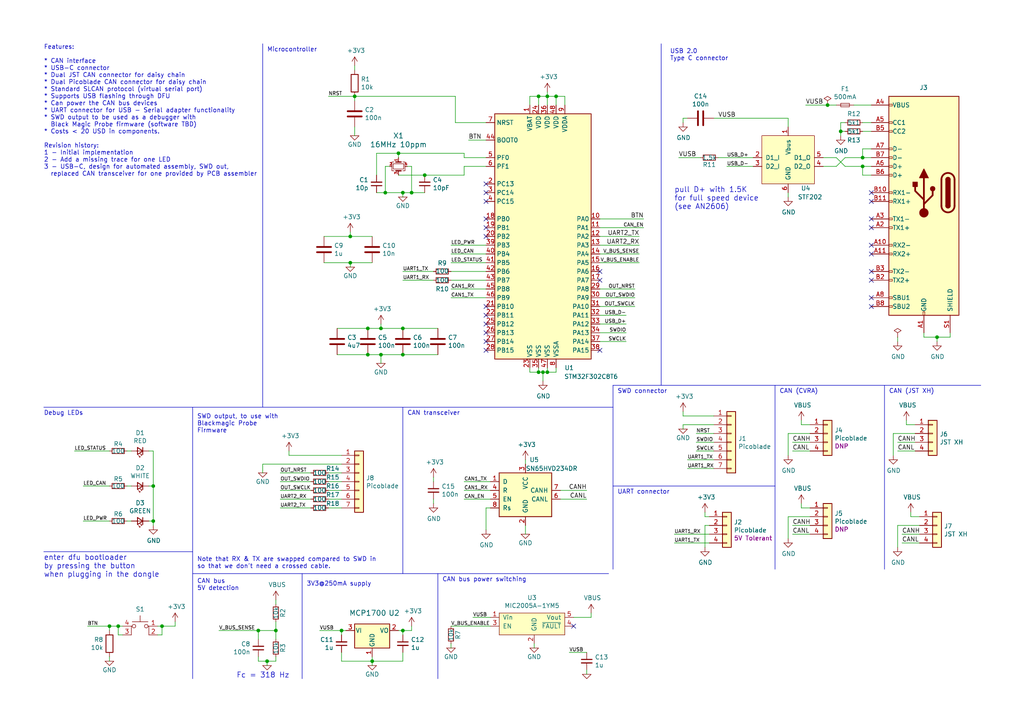
<source format=kicad_sch>
(kicad_sch (version 20230121) (generator eeschema)
  (paper "A4")
  (title_block (title "CAN to USB interface") (date "2021-02-02") (rev "3") (company "Club Vaudois de Robotique Autonome") (comment 1 "cvra.ch") (comment 2 "Creative Commons CC0") (comment 3 "Antoine Albertelli") (comment 4 "Michael Spieler"))
  (junction (at 158.75 27.94))
  (junction (at 44.45 140.97))
  (junction (at 99.06 182.88))
  (junction (at 101.6 76.2))
  (junction (at 110.49 102.87))
  (junction (at 44.45 151.13))
  (junction (at 102.87 27.94))
  (junction (at 116.84 95.25))
  (junction (at 106.68 102.87))
  (junction (at 74.93 182.88))
  (junction (at 240.03 30.48))
  (junction (at 116.84 182.88))
  (junction (at 119.38 55.88))
  (junction (at 46.99 181.61))
  (junction (at 250.19 48.26))
  (junction (at 157.48 107.95))
  (junction (at 111.76 55.88))
  (junction (at 110.49 95.25))
  (junction (at 250.19 45.72))
  (junction (at 158.75 107.95))
  (junction (at 31.75 181.61))
  (junction (at 77.47 191.77))
  (junction (at 107.95 191.77))
  (junction (at 243.84 38.1))
  (junction (at 123.19 50.8))
  (junction (at 106.68 95.25))
  (junction (at 271.78 97.79))
  (junction (at 101.6 68.58))
  (junction (at 115.57 44.45))
  (junction (at 161.29 27.94))
  (junction (at 116.84 55.88))
  (junction (at 116.84 102.87))
  (junction (at 34.29 181.61))
  (junction (at 80.01 182.88))
  (junction (at 156.21 107.95))
  (junction (at 156.21 27.94))
  (no_connect (at 252.73 88.9))
  (no_connect (at 252.73 73.66))
  (no_connect (at 140.97 66.04))
  (no_connect (at 140.97 68.58))
  (no_connect (at 140.97 99.06))
  (no_connect (at 140.97 101.6))
  (no_connect (at 252.73 58.42))
  (no_connect (at 252.73 55.88))
  (no_connect (at 140.97 53.34))
  (no_connect (at 140.97 55.88))
  (no_connect (at 252.73 63.5))
  (no_connect (at 173.99 81.28))
  (no_connect (at 252.73 81.28))
  (no_connect (at 252.73 86.36))
  (no_connect (at 173.99 78.74))
  (no_connect (at 166.37 181.61))
  (no_connect (at 252.73 78.74))
  (no_connect (at 173.99 101.6))
  (no_connect (at 252.73 66.04))
  (no_connect (at 140.97 88.9))
  (no_connect (at 140.97 93.98))
  (no_connect (at 140.97 63.5))
  (no_connect (at 140.97 91.44))
  (no_connect (at 140.97 58.42))
  (no_connect (at 140.97 96.52))
  (no_connect (at 252.73 71.12))
  (wire (pts (xy 195.58 157.48) (xy 205.74 157.48)))
  (wire (pts (xy 163.83 27.94) (xy 161.29 27.94)))
  (wire (pts (xy 140.97 83.82) (xy 130.81 83.82)))
  (polyline (pts (xy 87.63 196.85) (xy 87.63 166.37)))
  (wire (pts (xy 97.79 102.87) (xy 106.68 102.87)))
  (wire (pts (xy 156.21 30.48) (xy 156.21 27.94)))
  (wire (pts (xy 238.76 48.26) (xy 242.57 48.26)))
  (wire (pts (xy 107.95 191.77) (xy 116.84 191.77)))
  (wire (pts (xy 260.35 130.81) (xy 265.43 130.81)))
  (wire (pts (xy 264.16 149.86) (xy 266.7 149.86)))
  (wire (pts (xy 44.45 130.81) (xy 44.45 140.97)))
  (wire (pts (xy 242.57 48.26) (xy 245.11 45.72)))
  (wire (pts (xy 166.37 179.07) (xy 171.45 179.07)))
  (polyline (pts (xy 116.84 166.37) (xy 116.84 118.11)))
  (wire (pts (xy 102.87 19.05) (xy 102.87 20.32)))
  (wire (pts (xy 204.47 149.86) (xy 205.74 149.86)))
  (wire (pts (xy 107.95 193.04) (xy 107.95 191.77)))
  (wire (pts (xy 24.13 151.13) (xy 31.75 151.13)))
  (wire (pts (xy 31.75 140.97) (xy 24.13 140.97)))
  (wire (pts (xy 93.98 68.58) (xy 101.6 68.58)))
  (wire (pts (xy 46.99 181.61) (xy 45.72 181.61)))
  (wire (pts (xy 229.87 128.27) (xy 234.95 128.27)))
  (wire (pts (xy 38.1 130.81) (xy 36.83 130.81)))
  (wire (pts (xy 238.76 45.72) (xy 242.57 45.72)))
  (wire (pts (xy 95.25 137.16) (xy 99.06 137.16)))
  (wire (pts (xy 115.57 182.88) (xy 116.84 182.88)))
  (wire (pts (xy 243.84 39.37) (xy 243.84 38.1)))
  (wire (pts (xy 240.03 30.48) (xy 242.57 30.48)))
  (wire (pts (xy 118.11 48.26) (xy 119.38 48.26)))
  (wire (pts (xy 95.25 27.94) (xy 102.87 27.94)))
  (wire (pts (xy 81.28 137.16) (xy 90.17 137.16)))
  (wire (pts (xy 36.83 151.13) (xy 38.1 151.13)))
  (wire (pts (xy 153.67 27.94) (xy 156.21 27.94)))
  (wire (pts (xy 245.11 45.72) (xy 250.19 45.72)))
  (polyline (pts (xy 12.7 160.02) (xy 55.88 160.02)))
  (wire (pts (xy 43.18 151.13) (xy 44.45 151.13)))
  (polyline (pts (xy 12.7 118.11) (xy 177.8 118.11)))
  (wire (pts (xy 92.71 182.88) (xy 99.06 182.88)))
  (wire (pts (xy 229.87 130.81) (xy 234.95 130.81)))
  (wire (pts (xy 35.56 184.15) (xy 34.29 184.15)))
  (wire (pts (xy 130.81 81.28) (xy 140.97 81.28)))
  (wire (pts (xy 102.87 27.94) (xy 132.08 27.94)))
  (wire (pts (xy 245.11 38.1) (xy 243.84 38.1)))
  (polyline (pts (xy 76.2 118.11) (xy 76.2 12.7)))
  (wire (pts (xy 173.99 76.2) (xy 185.42 76.2)))
  (wire (pts (xy 271.78 99.06) (xy 271.78 97.79)))
  (wire (pts (xy 134.62 44.45) (xy 134.62 45.72)))
  (wire (pts (xy 184.15 88.9) (xy 173.99 88.9)))
  (wire (pts (xy 262.89 121.92) (xy 262.89 123.19)))
  (wire (pts (xy 140.97 35.56) (xy 132.08 35.56)))
  (wire (pts (xy 207.01 135.89) (xy 199.39 135.89)))
  (polyline (pts (xy 256.54 165.1) (xy 256.54 111.76)))
  (wire (pts (xy 208.28 45.72) (xy 218.44 45.72)))
  (wire (pts (xy 228.6 125.73) (xy 234.95 125.73)))
  (wire (pts (xy 137.16 179.07) (xy 142.24 179.07)))
  (wire (pts (xy 130.81 73.66) (xy 140.97 73.66)))
  (wire (pts (xy 201.93 125.73) (xy 207.01 125.73)))
  (wire (pts (xy 43.18 130.81) (xy 44.45 130.81)))
  (wire (pts (xy 63.5 182.88) (xy 74.93 182.88)))
  (wire (pts (xy 181.61 93.98) (xy 173.99 93.98)))
  (wire (pts (xy 101.6 68.58) (xy 107.95 68.58)))
  (wire (pts (xy 250.19 43.18) (xy 250.19 45.72)))
  (wire (pts (xy 232.41 147.32) (xy 234.95 147.32)))
  (wire (pts (xy 153.67 107.95) (xy 153.67 106.68)))
  (wire (pts (xy 80.01 182.88) (xy 80.01 185.42)))
  (wire (pts (xy 95.25 142.24) (xy 99.06 142.24)))
  (wire (pts (xy 250.19 35.56) (xy 252.73 35.56)))
  (wire (pts (xy 185.42 71.12) (xy 173.99 71.12)))
  (wire (pts (xy 259.08 132.08) (xy 259.08 125.73)))
  (wire (pts (xy 260.35 128.27) (xy 265.43 128.27)))
  (wire (pts (xy 109.22 44.45) (xy 109.22 50.8)))
  (wire (pts (xy 99.06 182.88) (xy 100.33 182.88)))
  (wire (pts (xy 31.75 181.61) (xy 34.29 181.61)))
  (wire (pts (xy 250.19 50.8) (xy 252.73 50.8)))
  (wire (pts (xy 116.84 55.88) (xy 116.84 57.15)))
  (wire (pts (xy 154.94 186.69) (xy 154.94 187.96)))
  (wire (pts (xy 157.48 107.95) (xy 156.21 107.95)))
  (wire (pts (xy 95.25 144.78) (xy 99.06 144.78)))
  (wire (pts (xy 198.12 34.29) (xy 199.39 34.29)))
  (wire (pts (xy 158.75 107.95) (xy 161.29 107.95)))
  (wire (pts (xy 260.35 97.79) (xy 260.35 99.06)))
  (wire (pts (xy 173.99 91.44) (xy 181.61 91.44)))
  (wire (pts (xy 74.93 182.88) (xy 74.93 185.42)))
  (wire (pts (xy 152.4 133.35) (xy 152.4 134.62)))
  (wire (pts (xy 140.97 45.72) (xy 134.62 45.72)))
  (wire (pts (xy 115.57 45.72) (xy 115.57 44.45)))
  (wire (pts (xy 260.35 158.75) (xy 260.35 152.4)))
  (wire (pts (xy 198.12 119.38) (xy 198.12 120.65)))
  (wire (pts (xy 156.21 107.95) (xy 153.67 107.95)))
  (wire (pts (xy 130.81 186.69) (xy 130.81 187.96)))
  (wire (pts (xy 123.19 50.8) (xy 134.62 50.8)))
  (wire (pts (xy 158.75 30.48) (xy 158.75 27.94)))
  (wire (pts (xy 250.19 48.26) (xy 250.19 50.8)))
  (wire (pts (xy 207.01 34.29) (xy 228.6 34.29)))
  (wire (pts (xy 267.97 96.52) (xy 267.97 97.79)))
  (polyline (pts (xy 224.79 165.1) (xy 224.79 111.76)))
  (wire (pts (xy 101.6 76.2) (xy 101.6 77.47)))
  (wire (pts (xy 119.38 55.88) (xy 116.84 55.88)))
  (wire (pts (xy 99.06 184.15) (xy 99.06 182.88)))
  (wire (pts (xy 111.76 48.26) (xy 111.76 55.88)))
  (wire (pts (xy 252.73 38.1) (xy 250.19 38.1)))
  (wire (pts (xy 102.87 36.83) (xy 102.87 39.37)))
  (wire (pts (xy 152.4 152.4) (xy 152.4 154.94)))
  (wire (pts (xy 43.18 140.97) (xy 44.45 140.97)))
  (wire (pts (xy 186.69 63.5) (xy 173.99 63.5)))
  (polyline (pts (xy 191.77 111.76) (xy 191.77 12.7)))
  (wire (pts (xy 110.49 102.87) (xy 110.49 105.41)))
  (wire (pts (xy 173.99 83.82) (xy 184.15 83.82)))
  (wire (pts (xy 111.76 55.88) (xy 116.84 55.88)))
  (wire (pts (xy 116.84 78.74) (xy 125.73 78.74)))
  (wire (pts (xy 157.48 110.49) (xy 157.48 107.95)))
  (wire (pts (xy 173.99 66.04) (xy 186.69 66.04)))
  (wire (pts (xy 46.99 184.15) (xy 46.99 181.61)))
  (wire (pts (xy 140.97 147.32) (xy 140.97 153.67)))
  (wire (pts (xy 243.84 35.56) (xy 245.11 35.56)))
  (wire (pts (xy 259.08 125.73) (xy 265.43 125.73)))
  (wire (pts (xy 198.12 35.56) (xy 198.12 34.29)))
  (wire (pts (xy 196.85 45.72) (xy 203.2 45.72)))
  (wire (pts (xy 81.28 142.24) (xy 90.17 142.24)))
  (polyline (pts (xy 177.8 111.76) (xy 177.8 165.1)))
  (wire (pts (xy 101.6 76.2) (xy 107.95 76.2)))
  (wire (pts (xy 173.99 73.66) (xy 185.42 73.66)))
  (wire (pts (xy 99.06 191.77) (xy 107.95 191.77)))
  (wire (pts (xy 110.49 95.25) (xy 116.84 95.25)))
  (wire (pts (xy 74.93 182.88) (xy 80.01 182.88)))
  (wire (pts (xy 157.48 107.95) (xy 158.75 107.95)))
  (wire (pts (xy 93.98 76.2) (xy 101.6 76.2)))
  (wire (pts (xy 142.24 142.24) (xy 134.62 142.24)))
  (wire (pts (xy 81.28 144.78) (xy 90.17 144.78)))
  (wire (pts (xy 106.68 102.87) (xy 110.49 102.87)))
  (wire (pts (xy 228.6 36.83) (xy 228.6 34.29)))
  (wire (pts (xy 252.73 43.18) (xy 250.19 43.18)))
  (wire (pts (xy 99.06 189.23) (xy 99.06 191.77)))
  (wire (pts (xy 113.03 48.26) (xy 111.76 48.26)))
  (wire (pts (xy 83.82 132.08) (xy 99.06 132.08)))
  (wire (pts (xy 116.84 182.88) (xy 119.38 182.88)))
  (wire (pts (xy 261.62 157.48) (xy 266.7 157.48)))
  (wire (pts (xy 275.59 97.79) (xy 275.59 96.52)))
  (wire (pts (xy 171.45 179.07) (xy 171.45 177.8)))
  (wire (pts (xy 80.01 191.77) (xy 80.01 190.5)))
  (wire (pts (xy 130.81 181.61) (xy 142.24 181.61)))
  (wire (pts (xy 161.29 27.94) (xy 158.75 27.94)))
  (wire (pts (xy 173.99 68.58) (xy 185.42 68.58)))
  (wire (pts (xy 76.2 134.62) (xy 76.2 137.16)))
  (wire (pts (xy 125.73 81.28) (xy 116.84 81.28)))
  (wire (pts (xy 252.73 48.26) (xy 250.19 48.26)))
  (wire (pts (xy 115.57 44.45) (xy 134.62 44.45)))
  (wire (pts (xy 125.73 146.05) (xy 125.73 144.78)))
  (wire (pts (xy 45.72 184.15) (xy 46.99 184.15)))
  (wire (pts (xy 232.41 121.92) (xy 232.41 123.19)))
  (wire (pts (xy 102.87 29.21) (xy 102.87 27.94)))
  (wire (pts (xy 207.01 130.81) (xy 201.93 130.81)))
  (wire (pts (xy 228.6 132.08) (xy 228.6 125.73)))
  (wire (pts (xy 134.62 144.78) (xy 142.24 144.78)))
  (wire (pts (xy 199.39 133.35) (xy 207.01 133.35)))
  (wire (pts (xy 115.57 44.45) (xy 109.22 44.45)))
  (wire (pts (xy 50.8 180.34) (xy 50.8 181.61)))
  (wire (pts (xy 245.11 48.26) (xy 242.57 45.72)))
  (wire (pts (xy 161.29 107.95) (xy 161.29 106.68)))
  (polyline (pts (xy 55.88 118.11) (xy 55.88 196.85)))
  (wire (pts (xy 233.68 30.48) (xy 240.03 30.48)))
  (wire (pts (xy 198.12 120.65) (xy 207.01 120.65)))
  (wire (pts (xy 162.56 142.24) (xy 170.18 142.24)))
  (wire (pts (xy 99.06 147.32) (xy 95.25 147.32)))
  (wire (pts (xy 204.47 148.59) (xy 204.47 149.86)))
  (wire (pts (xy 245.11 48.26) (xy 250.19 48.26)))
  (wire (pts (xy 170.18 144.78) (xy 162.56 144.78)))
  (wire (pts (xy 264.16 148.59) (xy 264.16 149.86)))
  (wire (pts (xy 261.62 154.94) (xy 266.7 154.94)))
  (wire (pts (xy 228.6 149.86) (xy 234.95 149.86)))
  (wire (pts (xy 130.81 78.74) (xy 140.97 78.74)))
  (wire (pts (xy 116.84 102.87) (xy 127 102.87)))
  (wire (pts (xy 99.06 139.7) (xy 95.25 139.7)))
  (wire (pts (xy 161.29 30.48) (xy 161.29 27.94)))
  (wire (pts (xy 21.59 130.81) (xy 31.75 130.81)))
  (wire (pts (xy 181.61 96.52) (xy 173.99 96.52)))
  (polyline (pts (xy 177.8 111.76) (xy 284.48 111.76)))
  (wire (pts (xy 110.49 93.98) (xy 110.49 95.25)))
  (wire (pts (xy 77.47 193.04) (xy 77.47 191.77)))
  (wire (pts (xy 80.01 180.34) (xy 80.01 182.88)))
  (wire (pts (xy 250.19 45.72) (xy 252.73 45.72)))
  (wire (pts (xy 130.81 71.12) (xy 140.97 71.12)))
  (wire (pts (xy 260.35 152.4) (xy 266.7 152.4)))
  (wire (pts (xy 165.1 189.23) (xy 170.18 189.23)))
  (wire (pts (xy 198.12 123.19) (xy 198.12 124.46)))
  (wire (pts (xy 77.47 191.77) (xy 80.01 191.77)))
  (wire (pts (xy 134.62 48.26) (xy 140.97 48.26)))
  (wire (pts (xy 36.83 140.97) (xy 38.1 140.97)))
  (wire (pts (xy 201.93 128.27) (xy 207.01 128.27)))
  (wire (pts (xy 170.18 194.31) (xy 170.18 195.58)))
  (wire (pts (xy 83.82 130.81) (xy 83.82 132.08)))
  (wire (pts (xy 107.95 190.5) (xy 107.95 191.77)))
  (wire (pts (xy 204.47 152.4) (xy 204.47 158.75)))
  (wire (pts (xy 184.15 86.36) (xy 173.99 86.36)))
  (wire (pts (xy 44.45 140.97) (xy 44.45 151.13)))
  (wire (pts (xy 132.08 27.94) (xy 132.08 35.56)))
  (wire (pts (xy 232.41 123.19) (xy 234.95 123.19)))
  (wire (pts (xy 181.61 99.06) (xy 173.99 99.06)))
  (wire (pts (xy 134.62 139.7) (xy 142.24 139.7)))
  (polyline (pts (xy 177.8 140.97) (xy 224.79 140.97)))
  (wire (pts (xy 109.22 55.88) (xy 111.76 55.88)))
  (wire (pts (xy 97.79 95.25) (xy 106.68 95.25)))
  (wire (pts (xy 31.75 190.5) (xy 31.75 191.77)))
  (wire (pts (xy 229.87 154.94) (xy 234.95 154.94)))
  (wire (pts (xy 130.81 86.36) (xy 140.97 86.36)))
  (wire (pts (xy 267.97 97.79) (xy 271.78 97.79)))
  (wire (pts (xy 232.41 146.05) (xy 232.41 147.32)))
  (wire (pts (xy 262.89 123.19) (xy 265.43 123.19)))
  (wire (pts (xy 140.97 40.64) (xy 135.89 40.64)))
  (wire (pts (xy 210.82 48.26) (xy 218.44 48.26)))
  (wire (pts (xy 153.67 30.48) (xy 153.67 27.94)))
  (wire (pts (xy 90.17 147.32) (xy 81.28 147.32)))
  (wire (pts (xy 125.73 138.43) (xy 125.73 139.7)))
  (wire (pts (xy 247.65 30.48) (xy 252.73 30.48)))
  (wire (pts (xy 158.75 27.94) (xy 158.75 26.67)))
  (wire (pts (xy 25.4 181.61) (xy 31.75 181.61)))
  (wire (pts (xy 163.83 27.94) (xy 163.83 30.48)))
  (wire (pts (xy 156.21 27.94) (xy 158.75 27.94)))
  (wire (pts (xy 229.87 152.4) (xy 234.95 152.4)))
  (wire (pts (xy 134.62 50.8) (xy 134.62 48.26)))
  (wire (pts (xy 74.93 191.77) (xy 77.47 191.77)))
  (wire (pts (xy 44.45 151.13) (xy 44.45 152.4)))
  (wire (pts (xy 101.6 67.31) (xy 101.6 68.58)))
  (wire (pts (xy 76.2 134.62) (xy 99.06 134.62)))
  (wire (pts (xy 34.29 181.61) (xy 35.56 181.61)))
  (wire (pts (xy 119.38 55.88) (xy 123.19 55.88)))
  (wire (pts (xy 228.6 57.15) (xy 228.6 55.88)))
  (wire (pts (xy 142.24 147.32) (xy 140.97 147.32)))
  (wire (pts (xy 207.01 123.19) (xy 198.12 123.19)))
  (wire (pts (xy 116.84 95.25) (xy 127 95.25)))
  (wire (pts (xy 228.6 156.21) (xy 228.6 149.86)))
  (wire (pts (xy 243.84 38.1) (xy 243.84 35.56)))
  (polyline (pts (xy 55.88 166.37) (xy 176.53 166.37)))
  (wire (pts (xy 156.21 106.68) (xy 156.21 107.95)))
  (wire (pts (xy 158.75 106.68) (xy 158.75 107.95)))
  (wire (pts (xy 271.78 97.79) (xy 275.59 97.79)))
  (wire (pts (xy 34.29 184.15) (xy 34.29 181.61)))
  (wire (pts (xy 106.68 95.25) (xy 110.49 95.25)))
  (wire (pts (xy 31.75 182.88) (xy 31.75 181.61)))
  (wire (pts (xy 81.28 139.7) (xy 90.17 139.7)))
  (wire (pts (xy 119.38 182.88) (xy 119.38 181.61)))
  (wire (pts (xy 119.38 48.26) (xy 119.38 55.88)))
  (wire (pts (xy 116.84 184.15) (xy 116.84 182.88)))
  (wire (pts (xy 46.99 181.61) (xy 50.8 181.61)))
  (wire (pts (xy 116.84 191.77) (xy 116.84 189.23)))
  (wire (pts (xy 195.58 154.94) (xy 205.74 154.94)))
  (wire (pts (xy 110.49 102.87) (xy 116.84 102.87)))
  (wire (pts (xy 140.97 76.2) (xy 130.81 76.2)))
  (wire (pts (xy 80.01 173.99) (xy 80.01 175.26)))
  (wire (pts (xy 74.93 190.5) (xy 74.93 191.77)))
  (wire (pts (xy 204.47 152.4) (xy 205.74 152.4)))
  (wire (pts (xy 115.57 50.8) (xy 123.19 50.8)))
  (polyline (pts (xy 127 196.85) (xy 127 166.37)))
  (text "Debug LEDs" (at 12.7 120.65 0) (effects (font (size 1.27 1.27)) (justify left bottom)))
  (text "CAN (CVRA)\n" (at 226.06 114.3 0) (effects (font (size 1.27 1.27)) (justify left bottom)))
  (text "enter dfu bootloader\nby pressing the button\nwhen plugging in the dongle" (at 12.7 167.64 0) (effects (font (size 1.524 1.524)) (justify left bottom)))
  (text "UART connector" (at 179.07 143.51 0) (effects (font (size 1.27 1.27)) (justify left bottom)))
  (text "CAN bus\n5V detection" (at 57.15 171.45 0) (effects (font (size 1.27 1.27)) (justify left bottom)))
  (text "Fc = 318 Hz" (at 68.58 196.85 0) (effects (font (size 1.524 1.524)) (justify left bottom)))
  (text "Note that RX & TX are swapped compared to SWD in\nso that we don't need a crossed cable." (at 57.15 165.1 0) (effects (font (size 1.27 1.27)) (justify left bottom)))
  (text "USB 2.0\nType C connector" (at 194.31 17.78 0) (effects (font (size 1.27 1.27)) (justify left bottom)))
  (text "Features:\n\n* CAN interface\n* USB-C connector\n* Dual JST CAN connector for daisy chain\n* Dual Picoblade CAN connector for daisy chain\n* Standard SLCAN protocol (virtual serial port)\n* Supports USB flashing through DFU\n* Can power the CAN bus devices\n* UART connector for USB - Serial adapter functionality\n* SWD output to be used as a debugger with\n  Black Magic Probe firmware (software TBD)\n* Costs < 20 USD in components.\n\nRevision history:\n1 - Initial implementation\n2 - Add a missing trace for one LED\n3 - USB-C, design for automated assembly, SWD out,\n  replaced CAN transceiver for one provided by PCB assembler\n\n" (at 12.7 53.34 0) (effects (font (size 1.27 1.27)) (justify left bottom)))
  (text "SWD connector" (at 179.07 114.3 0) (effects (font (size 1.27 1.27)) (justify left bottom)))
  (text "SWD output, to use with\nBlackmagic Probe\nFirmware" (at 57.15 125.73 0) (effects (font (size 1.27 1.27)) (justify left bottom)))
  (text "CAN bus power switching" (at 128.27 168.91 0) (effects (font (size 1.27 1.27)) (justify left bottom)))
  (text "3V3@250mA supply " (at 88.9 170.18 0) (effects (font (size 1.27 1.27)) (justify left bottom)))
  (text "Microcontroller" (at 77.47 15.24 0) (effects (font (size 1.27 1.27)) (justify left bottom)))
  (text "CAN transceiver\n" (at 118.11 120.65 0) (effects (font (size 1.27 1.27)) (justify left bottom)))
  (text "CAN (JST XH)" (at 257.81 114.3 0) (effects (font (size 1.27 1.27)) (justify left bottom)))
  (text "pull D+ with 1.5K\nfor full speed device\n(see AN2606)" (at 195.58 60.96 0) (effects (font (size 1.524 1.524)) (justify left bottom)))
  (label "CANL" (at 170.18 144.78 180))
  (label "UART2_TX" (at 81.28 147.32 0) (effects (font (size 1.016 1.016))))
  (label "UART2_RX" (at 185.42 71.12 180))
  (label "V_BUS_ENABLE" (at 185.42 76.2 180) (effects (font (size 1.016 1.016))))
  (label "VUSB" (at 233.68 30.48 0))
  (label "BTN" (at 186.69 63.5 180))
  (label "SWDIO" (at 181.61 96.52 180) (effects (font (size 1.016 1.016))))
  (label "UART1_TX" (at 116.84 78.74 0) (effects (font (size 1.016 1.016))))
  (label "BTN" (at 135.89 40.64 0))
  (label "CAN1_RX" (at 130.81 83.82 0) (effects (font (size 1.016 1.016))))
  (label "CAN1_TX" (at 134.62 139.7 0) (effects (font (size 1.016 1.016))))
  (label "CANH" (at 229.87 128.27 0))
  (label "BTN" (at 25.4 181.61 0) (effects (font (size 1.016 1.016))))
  (label "UART1_TX" (at 195.58 157.48 0) (effects (font (size 1.016 1.016))))
  (label "VUSB" (at 196.85 45.72 0))
  (label "LED_STATUS" (at 21.59 130.81 0) (effects (font (size 1.016 1.016))))
  (label "OUT_SWCLK" (at 81.28 142.24 0) (effects (font (size 1.016 1.016))))
  (label "OUT_SWDIO" (at 184.15 86.36 180) (effects (font (size 1.016 1.016))))
  (label "LED_CAN" (at 130.81 73.66 0) (effects (font (size 1.016 1.016))))
  (label "SWCLK" (at 201.93 130.81 0) (effects (font (size 1.016 1.016))))
  (label "NRST" (at 201.93 125.73 0) (effects (font (size 1.016 1.016))))
  (label "VUSB" (at 92.71 182.88 0) (effects (font (size 1.016 1.016))))
  (label "OUT_NRST" (at 81.28 137.16 0) (effects (font (size 1.016 1.016))))
  (label "V_BUS_SENSE" (at 63.5 182.88 0) (effects (font (size 1.016 1.016))))
  (label "SWDIO" (at 201.93 128.27 0) (effects (font (size 1.016 1.016))))
  (label "VUSB" (at 165.1 189.23 0) (effects (font (size 1.016 1.016))))
  (label "LED_STATUS" (at 130.81 76.2 0) (effects (font (size 1.016 1.016))))
  (label "USB_D+" (at 210.82 45.72 0) (effects (font (size 1.016 1.016))))
  (label "CANH" (at 170.18 142.24 180))
  (label "CANL" (at 261.62 157.48 0))
  (label "CANL" (at 229.87 154.94 0))
  (label "OUT_NRST" (at 184.15 83.82 180) (effects (font (size 1.016 1.016))))
  (label "CAN1_TX" (at 130.81 86.36 0) (effects (font (size 1.016 1.016))))
  (label "UART1_RX" (at 199.39 135.89 0) (effects (font (size 1.016 1.016))))
  (label "VUSB" (at 208.28 34.29 0))
  (label "LED_PWR" (at 130.81 71.12 0) (effects (font (size 1.016 1.016))))
  (label "UART1_RX" (at 195.58 154.94 0) (effects (font (size 1.016 1.016))))
  (label "OUT_SWCLK" (at 184.15 88.9 180) (effects (font (size 1.016 1.016))))
  (label "USB_D+" (at 181.61 93.98 180) (effects (font (size 1.016 1.016))))
  (label "V_BUS_SENSE" (at 185.42 73.66 180) (effects (font (size 1.016 1.016))))
  (label "CANH" (at 229.87 152.4 0))
  (label "UART2_TX" (at 185.42 68.58 180))
  (label "CAN_EN" (at 186.69 66.04 180) (effects (font (size 1.016 1.016))))
  (label "OUT_SWDIO" (at 81.28 139.7 0) (effects (font (size 1.016 1.016))))
  (label "UART1_TX" (at 199.39 133.35 0) (effects (font (size 1.016 1.016))))
  (label "SWCLK" (at 181.61 99.06 180) (effects (font (size 1.016 1.016))))
  (label "UART1_RX" (at 116.84 81.28 0) (effects (font (size 1.016 1.016))))
  (label "V_BUS_ENABLE" (at 130.81 181.61 0) (effects (font (size 1.016 1.016))))
  (label "VUSB" (at 137.16 179.07 0) (effects (font (size 1.016 1.016))))
  (label "USB_D-" (at 210.82 48.26 0) (effects (font (size 1.016 1.016))))
  (label "NRST" (at 95.25 27.94 0) (effects (font (size 1.016 1.016))))
  (label "CANH" (at 260.35 128.27 0))
  (label "CANL" (at 229.87 130.81 0))
  (label "USB_D-" (at 181.61 91.44 180) (effects (font (size 1.016 1.016))))
  (label "CAN_EN" (at 134.62 144.78 0) (effects (font (size 1.016 1.016))))
  (label "LED_CAN" (at 24.13 140.97 0) (effects (font (size 1.016 1.016))))
  (label "CANL" (at 260.35 130.81 0))
  (label "CAN1_RX" (at 134.62 142.24 0) (effects (font (size 1.016 1.016))))
  (label "CANH" (at 261.62 154.94 0))
  (label "UART2_RX" (at 81.28 144.78 0) (effects (font (size 1.016 1.016))))
  (label "LED_PWR" (at 24.13 151.13 0) (effects (font (size 1.016 1.016))))
  (symbol (lib_id "can-usb-dongle-rescue:GND-RESCUE-can-usb-dongle") (at 110.49 105.41 0) (unit 1)
    (property "Reference" "#PWR05" (effects hide))
    (property "Value" "GND" (at 110.49 107.95 0))
  )
  (symbol (lib_id "can-usb-dongle-rescue:GND-RESCUE-can-usb-dongle") (at 101.6 77.47 0) (unit 1)
    (property "Reference" "#PWR011" (effects hide))
    (property "Value" "GND" (at 101.6 80.01 0))
  )
  (symbol (lib_id "Connector_Generic:Conn_01x04") (at 240.03 125.73 0) (unit 1)
    (property "Reference" "J4" (at 242.062 124.7902 0) (effects (justify left)))
    (property "Value" "Picoblade" (at 242.062 127.1016 0) (effects (justify left)))
    (property "Footprint" "Connector_Molex:Molex_PicoBlade_53261-0471_1x04-1MP_P1.25mm_Horizontal" (effects hide))
    (property "Datasheet" "DOCUMENTATION" (effects hide))
    (property "dnp" "1" (effects hide))
    (property "comment" "DNP" (at 242.062 129.413 0) (effects (justify left)))
  )
  (symbol (lib_id "can-usb-dongle-rescue:GND-RESCUE-can-usb-dongle") (at 198.12 124.46 0) (unit 1)
    (property "Reference" "#PWR022" (effects hide))
    (property "Value" "GND" (at 198.12 127 0))
  )
  (symbol (lib_id "Device:Crystal_GND24_Small") (at 115.57 48.26 270) (unit 1)
    (property "Reference" "X1" (at 115.57 39.37 90) (effects (font (size 1.524 1.524))))
    (property "Value" "16MHz 10ppm" (at 115.57 41.91 90) (effects (font (size 1.524 1.524))))
    (property "Footprint" "Crystal:Crystal_SMD_TXC_7M-4Pin_3.2x2.5mm" (effects hide))
    (property "LCSC" "C13738" (effects hide))
  )
  (symbol (lib_id "Device:C_Small") (at 123.19 53.34 180) (unit 1)
    (property "Reference" "C4" (at 125.5268 52.1716 0) (effects (justify right)))
    (property "Value" "10pF" (at 125.5268 54.483 0) (effects (justify right)))
    (property "Footprint" "Capacitor_SMD:C_0402_1005Metric" (effects hide))
    (property "lcsc" "C1546" (effects hide))
  )
  (symbol (lib_id "Device:C_Small") (at 109.22 53.34 180) (unit 1)
    (property "Reference" "C1" (at 106.8832 52.1716 0) (effects (justify left)))
    (property "Value" "10p" (at 106.8832 54.483 0) (effects (justify left)))
    (property "Footprint" "Capacitor_SMD:C_0402_1005Metric" (effects hide))
    (property "lcsc" "C1546" (effects hide))
  )
  (symbol (lib_id "can-usb-dongle-rescue:GND-RESCUE-can-usb-dongle") (at 116.84 57.15 0) (unit 1)
    (property "Reference" "#PWR03" (effects hide))
    (property "Value" "GND" (at 116.84 59.69 0))
  )
  (symbol (lib_id "Device:LED_Small") (at 40.64 140.97 180) (unit 1)
    (property "Reference" "D2" (at 40.64 135.7122 0))
    (property "Value" "WHITE" (at 40.64 138.0236 0))
    (property "Footprint" "Capacitor_SMD:C_0603_1608Metric" (effects hide))
    (property "lcsc " "C83955" (effects hide))
  )
  (symbol (lib_id "Device:R_Small") (at 34.29 140.97 90) (unit 1)
    (property "Reference" "R5" (at 34.29 138.938 90))
    (property "Value" "100" (at 34.29 140.97 90))
    (property "Footprint" "Resistor_SMD:R_0402_1005Metric" (effects hide))
    (property "lcsc" "C25076" (effects hide))
  )
  (symbol (lib_id "can-usb-dongle-rescue:GND-RESCUE-can-usb-dongle") (at 102.87 39.37 0) (unit 1)
    (property "Reference" "#PWR02" (effects hide))
    (property "Value" "GND" (at 102.87 41.91 0))
  )
  (symbol (lib_id "Device:LED_Small") (at 40.64 130.81 180) (unit 1)
    (property "Reference" "D1" (at 40.64 125.5522 0))
    (property "Value" "RED" (at 40.64 127.8636 0))
    (property "Footprint" "Capacitor_SMD:C_0603_1608Metric" (effects hide))
    (property "lcsc" "C72044" (effects hide))
  )
  (symbol (lib_id "Device:R_Small") (at 34.29 130.81 90) (unit 1)
    (property "Reference" "R4" (at 34.29 128.778 90))
    (property "Value" "100" (at 34.29 130.81 90))
    (property "Footprint" "Resistor_SMD:R_0402_1005Metric" (effects hide))
    (property "lcsc" "C25076" (effects hide))
  )
  (symbol (lib_id "can-usb-dongle-rescue:GND-RESCUE-can-usb-dongle") (at 31.75 191.77 0) (unit 1)
    (property "Reference" "#PWR015" (effects hide))
    (property "Value" "GND" (at 31.75 194.31 0))
  )
  (symbol (lib_id "can-usb-dongle-rescue:GND-RESCUE-can-usb-dongle") (at 152.4 154.94 0) (unit 1)
    (property "Reference" "#PWR028" (effects hide))
    (property "Value" "GND" (at 152.4 157.48 0))
  )
  (symbol (lib_id "can-usb-dongle-rescue:MCP1700-3302E_SOT23-Regulator_Linear") (at 107.95 182.88 0) (unit 1)
    (property "Reference" "U2" (at 114.3 177.8 0) (effects (font (size 1.524 1.524))))
    (property "Value" "MCP1700" (at 106.68 177.8 0) (effects (font (size 1.524 1.524))))
    (property "Footprint" "Package_TO_SOT_SMD:SOT-23" (effects hide))
    (property "LCSC" "C39051" (effects hide))
  )
  (symbol (lib_id "Device:C_Small") (at 99.06 186.69 180) (unit 1)
    (property "Reference" "C11" (at 96.7486 185.5216 0) (effects (justify left)))
    (property "Value" "1u" (at 96.7486 187.833 0) (effects (justify left)))
    (property "Footprint" "Capacitor_SMD:C_0402_1005Metric" (effects hide))
    (property "lcsc" "C52923" (effects hide))
  )
  (symbol (lib_id "Device:C_Small") (at 116.84 186.69 0) (unit 1)
    (property "Reference" "C12" (at 119.1768 185.5216 0) (effects (justify left)))
    (property "Value" "1u" (at 119.1768 187.833 0) (effects (justify left)))
    (property "Footprint" "Capacitor_SMD:C_0402_1005Metric" (effects hide))
    (property "lcsc" "C52923" (effects hide))
  )
  (symbol (lib_id "can-usb-dongle-rescue:GND-RESCUE-can-usb-dongle") (at 107.95 193.04 0) (unit 1)
    (property "Reference" "#PWR012" (effects hide))
    (property "Value" "GND" (at 107.95 195.58 0))
  )
  (symbol (lib_id "Device:Fuse_Small") (at 245.11 30.48 0) (unit 1)
    (property "Reference" "F1" (at 245.11 25.781 0))
    (property "Value" "500mA" (at 245.11 28.0924 0))
    (property "Footprint" "Resistors_SMD:R_0805" (effects hide))
    (property "lcsc" "C261942" (effects hide))
  )
  (symbol (lib_id "can-usb-dongle-rescue:GND-RESCUE-can-usb-dongle") (at 154.94 187.96 0) (unit 1)
    (property "Reference" "#PWR017" (effects hide))
    (property "Value" "GND" (at 154.94 190.5 0))
  )
  (symbol (lib_id "Device:R_Small") (at 130.81 184.15 0) (unit 1)
    (property "Reference" "R7" (at 132.842 184.15 90))
    (property "Value" "10k" (at 130.81 184.15 90))
    (property "Footprint" "Resistor_SMD:R_0402_1005Metric" (effects hide))
    (property "lcsc" "C25744" (effects hide))
  )
  (symbol (lib_id "can-usb-dongle-rescue:GND-RESCUE-can-usb-dongle") (at 130.81 187.96 0) (unit 1)
    (property "Reference" "#PWR014" (effects hide))
    (property "Value" "GND" (at 130.81 190.5 0))
  )
  (symbol (lib_id "Device:LED_Small") (at 40.64 151.13 180) (unit 1)
    (property "Reference" "D3" (at 40.64 145.8722 0))
    (property "Value" "GREEN" (at 40.64 148.1836 0))
    (property "Footprint" "Capacitor_SMD:C_0603_1608Metric" (effects hide))
    (property "lcsc" "C72042" (effects hide))
  )
  (symbol (lib_id "Device:R_Small") (at 34.29 151.13 90) (unit 1)
    (property "Reference" "R6" (at 34.29 149.098 90))
    (property "Value" "100" (at 34.29 151.13 90))
    (property "Footprint" "Resistor_SMD:R_0402_1005Metric" (effects hide))
    (property "lcsc" "C25076" (effects hide))
  )
  (symbol (lib_id "Device:R_Small") (at 80.01 177.8 0) (unit 1)
    (property "Reference" "R2" (at 82.042 177.8 90))
    (property "Value" "10k" (at 80.01 177.8 90))
    (property "Footprint" "Resistor_SMD:R_0402_1005Metric" (effects hide))
    (property "lcsc" "C25744" (effects hide))
  )
  (symbol (lib_id "Device:R_Small") (at 80.01 187.96 0) (unit 1)
    (property "Reference" "R3" (at 82.042 187.96 90))
    (property "Value" "10k" (at 80.01 187.96 90))
    (property "Footprint" "Resistor_SMD:R_0402_1005Metric" (effects hide))
    (property "lcsc" "C25744" (effects hide))
  )
  (symbol (lib_id "can-usb-dongle-rescue:GND-RESCUE-can-usb-dongle") (at 77.47 193.04 0) (unit 1)
    (property "Reference" "#PWR06" (effects hide))
    (property "Value" "GND" (effects hide))
  )
  (symbol (lib_id "Device:R_Small") (at 205.74 45.72 270) (unit 1)
    (property "Reference" "R11" (at 205.74 47.752 90))
    (property "Value" "1.5k" (at 205.74 45.72 90))
    (property "Footprint" "Resistor_SMD:R_0402_1005Metric" (effects hide))
    (property "lcsc" "C25867" (effects hide))
  )
  (symbol (lib_id "Device:C_Small") (at 170.18 191.77 0) (unit 1)
    (property "Reference" "C13" (at 172.5168 190.6016 0) (effects (justify left)))
    (property "Value" "1u" (at 172.5168 192.913 0) (effects (justify left)))
    (property "Footprint" "Capacitor_SMD:C_0402_1005Metric" (effects hide))
    (property "lcsc" "C52923" (effects hide))
  )
  (symbol (lib_id "can-usb-dongle-rescue:GND-RESCUE-can-usb-dongle") (at 170.18 195.58 0) (unit 1)
    (property "Reference" "#PWR018" (effects hide))
    (property "Value" "GND" (effects hide))
  )
  (symbol (lib_id "Device:C_Small") (at 74.93 187.96 180) (unit 1)
    (property "Reference" "C8" (at 72.6186 186.7916 0) (effects (justify left)))
    (property "Value" "100n" (at 72.6186 189.103 0) (effects (justify left)))
    (property "Footprint" "Capacitor_SMD:C_0402_1005Metric" (effects hide))
    (property "lcsc" "C1525" (effects hide))
  )
  (symbol (lib_id "power:GND") (at 157.48 110.49 0) (unit 1)
    (property "Reference" "#PWR07" (effects hide))
    (property "Value" "GND" (at 157.607 114.8842 0))
  )
  (symbol (lib_id "Device:R") (at 31.75 186.69 0) (unit 1)
    (property "Reference" "R8" (at 29.972 185.5216 0) (effects (justify right)))
    (property "Value" "10k" (at 29.972 187.833 0) (effects (justify right)))
    (property "Footprint" "Resistor_SMD:R_0402_1005Metric" (effects hide))
    (property "lcsc" "C25744" (effects hide))
  )
  (symbol (lib_id "Device:C") (at 97.79 99.06 0) (unit 1)
    (property "Reference" "C3" (at 100.711 97.8916 0) (effects (justify left)))
    (property "Value" "4u7" (at 100.711 100.203 0) (effects (justify left)))
    (property "Footprint" "Capacitor_SMD:C_0402_1005Metric" (effects hide))
    (property "lcsc" "C23733" (effects hide))
  )
  (symbol (lib_id "Device:C") (at 106.68 99.06 0) (unit 1)
    (property "Reference" "C5" (at 109.601 97.8916 0) (effects (justify left)))
    (property "Value" "100n" (at 109.601 100.203 0) (effects (justify left)))
    (property "Footprint" "Capacitor_SMD:C_0402_1005Metric" (effects hide))
    (property "lcsc" "C1525" (effects hide))
  )
  (symbol (lib_id "Device:C") (at 116.84 99.06 0) (unit 1)
    (property "Reference" "C6" (at 119.761 97.8916 0) (effects (justify left)))
    (property "Value" "100n" (at 119.761 100.203 0) (effects (justify left)))
    (property "Footprint" "Capacitor_SMD:C_0402_1005Metric" (effects hide))
    (property "lcsc" "C1525" (effects hide))
  )
  (symbol (lib_id "Device:C") (at 127 99.06 0) (unit 1)
    (property "Reference" "C7" (at 129.921 97.8916 0) (effects (justify left)))
    (property "Value" "100n" (at 129.921 100.203 0) (effects (justify left)))
    (property "Footprint" "Capacitor_SMD:C_0402_1005Metric" (effects hide))
    (property "lcsc" "C1525" (effects hide))
  )
  (symbol (lib_id "Switch:SW_MEC_5E") (at 40.64 184.15 0) (mirror y) (unit 1)
    (property "Reference" "S1" (at 40.64 176.7078 0))
    (property "Value" "SW_MEC_5E" (effects hide))
    (property "Footprint" "CAN-USB-dongle:TS-1187A-B-A-B" (effects hide))
    (property "lcsc" "C318884" (effects hide))
  )
  (symbol (lib_id "Device:C") (at 93.98 72.39 0) (unit 1)
    (property "Reference" "C9" (at 96.901 71.2216 0) (effects (justify left)))
    (property "Value" "1u" (at 96.901 73.533 0) (effects (justify left)))
    (property "Footprint" "Capacitor_SMD:C_0402_1005Metric" (effects hide))
    (property "lcsc" "C52923" (effects hide))
  )
  (symbol (lib_id "Device:C") (at 107.95 72.39 0) (unit 1)
    (property "Reference" "C10" (at 110.871 71.2216 0) (effects (justify left)))
    (property "Value" "10n" (at 110.871 73.533 0) (effects (justify left)))
    (property "Footprint" "Capacitor_SMD:C_0402_1005Metric" (effects hide))
    (property "lcsc" "C15195" (effects hide))
  )
  (symbol (lib_id "Device:R") (at 102.87 24.13 0) (unit 1)
    (property "Reference" "R1" (at 104.648 22.9616 0) (effects (justify left)))
    (property "Value" "10k" (at 104.648 25.273 0) (effects (justify left)))
    (property "Footprint" "Resistor_SMD:R_0402_1005Metric" (effects hide))
    (property "lcsc" "C25744" (effects hide))
  )
  (symbol (lib_id "Device:C") (at 102.87 33.02 0) (unit 1)
    (property "Reference" "C2" (at 105.791 31.8516 0) (effects (justify left)))
    (property "Value" "100n" (at 105.791 34.163 0) (effects (justify left)))
    (property "Footprint" "Capacitor_SMD:C_0402_1005Metric" (effects hide))
    (property "lcsc" "C1525" (effects hide))
  )
  (symbol (lib_id "can-usb-dongle-rescue:+3.3V-power") (at 102.87 19.05 0) (unit 1)
    (property "Reference" "#PWR01" (effects hide))
    (property "Value" "+3.3V" (at 103.251 14.6558 0))
  )
  (symbol (lib_id "can-usb-dongle:STF202") (at 228.6 46.99 0) (unit 1)
    (property "Reference" "U4" (at 233.68 54.61 0))
    (property "Value" "STF202" (at 234.95 57.15 0))
    (property "Footprint" "Package_SO:TSOP-6_1.65x3.05mm_P0.95mm" (effects hide))
    (property "Datasheet" "https://datasheet.lcsc.com/szlcsc/1809041135_ON-Semiconductor-STF202-22T1G_C233431.pdf" (effects hide))
    (property "lcsc" "C233431" (effects hide))
  )
  (symbol (lib_id "power:GND") (at 228.6 132.08 0) (unit 1)
    (property "Reference" "#PWR032" (effects hide))
    (property "Value" "GND" (at 228.727 136.4742 0))
  )
  (symbol (lib_id "power:GND") (at 228.6 57.15 0) (unit 1)
    (property "Reference" "#PWR025" (effects hide))
    (property "Value" "GND" (at 228.727 61.5442 0))
  )
  (symbol (lib_id "Device:C") (at 203.2 34.29 270) (unit 1)
    (property "Reference" "C14" (at 203.2 27.8892 90))
    (property "Value" "100n" (at 203.2 30.2006 90))
    (property "Footprint" "Capacitor_SMD:C_0402_1005Metric" (effects hide))
    (property "lcsc" "C1525" (effects hide))
  )
  (symbol (lib_id "power:GND") (at 198.12 35.56 0) (unit 1)
    (property "Reference" "#PWR024" (effects hide))
    (property "Value" "GND" (at 198.247 39.9542 0))
  )
  (symbol (lib_id "power:VBUS") (at 232.41 146.05 0) (unit 1)
    (property "Reference" "#PWR037" (effects hide))
    (property "Value" "VBUS" (at 232.791 141.6558 0))
  )
  (symbol (lib_id "power:GND") (at 228.6 156.21 0) (unit 1)
    (property "Reference" "#PWR033" (effects hide))
    (property "Value" "GND" (at 228.727 160.6042 0))
  )
  (symbol (lib_id "can-usb-dongle-rescue:STM32F302C8Tx-MCU_ST_STM32F3") (at 158.75 68.58 0) (unit 1)
    (property "Reference" "U1" (at 165.1 106.68 0))
    (property "Value" "STM32F302C8T6" (at 171.45 109.22 0))
    (property "Footprint" "Package_QFP:LQFP-48_7x7mm_P0.5mm" (effects hide))
    (property "Datasheet" "http://www.st.com/st-web-ui/static/active/en/resource/technical/document/datasheet/DM00093333.pdf" (effects hide))
    (property "lcsc" "C90795" (effects hide))
  )
  (symbol (lib_id "Connector_Generic:Conn_01x04") (at 270.51 125.73 0) (unit 1)
    (property "Reference" "J6" (at 272.542 125.9332 0) (effects (justify left)))
    (property "Value" "JST XH" (at 272.542 128.2446 0) (effects (justify left)))
    (property "Footprint" "Connector_JST:JST_XH_S4B-XH-A-1_1x04_P2.50mm_Horizontal" (effects hide))
    (property "Datasheet" "DOCUMENTATION" (effects hide))
  )
  (symbol (lib_id "power:VBUS") (at 262.89 121.92 0) (unit 1)
    (property "Reference" "#PWR040" (effects hide))
    (property "Value" "VBUS" (at 263.271 117.5258 0))
  )
  (symbol (lib_id "power:GND") (at 259.08 132.08 0) (unit 1)
    (property "Reference" "#PWR038" (effects hide))
    (property "Value" "GND" (at 259.207 136.4742 0))
  )
  (symbol (lib_id "Connector_Generic:Conn_01x04") (at 271.78 152.4 0) (unit 1)
    (property "Reference" "J7" (at 273.812 152.6032 0) (effects (justify left)))
    (property "Value" "JST XH" (at 273.812 154.9146 0) (effects (justify left)))
    (property "Footprint" "Connector_JST:JST_XH_S4B-XH-A-1_1x04_P2.50mm_Horizontal" (effects hide))
    (property "Datasheet" "DOCUMENTATION" (effects hide))
  )
  (symbol (lib_id "power:VBUS") (at 264.16 148.59 0) (unit 1)
    (property "Reference" "#PWR041" (effects hide))
    (property "Value" "VBUS" (at 264.541 144.1958 0))
  )
  (symbol (lib_id "power:GND") (at 260.35 158.75 0) (unit 1)
    (property "Reference" "#PWR039" (effects hide))
    (property "Value" "GND" (at 260.477 163.1442 0))
  )
  (symbol (lib_id "power:PWR_FLAG") (at 260.35 97.79 0) (unit 1)
    (property "Reference" "#FLG0102" (effects hide))
    (property "Value" "PWR_FLAG" (effects hide))
  )
  (symbol (lib_id "Device:R_Small") (at 92.71 137.16 90) (unit 1)
    (property "Reference" "R14" (at 96.52 135.89 90))
    (property "Value" "100" (at 92.71 137.16 90))
    (property "Footprint" "Resistor_SMD:R_0402_1005Metric" (effects hide))
    (property "lcsc" "C25076" (effects hide))
  )
  (symbol (lib_id "Device:R_Small") (at 92.71 139.7 90) (unit 1)
    (property "Reference" "R15" (at 96.52 138.43 90))
    (property "Value" "100" (at 92.71 139.7 90))
    (property "Footprint" "Resistor_SMD:R_0402_1005Metric" (effects hide))
    (property "lcsc" "C25076" (effects hide))
  )
  (symbol (lib_id "Device:R_Small") (at 92.71 142.24 90) (unit 1)
    (property "Reference" "R16" (at 96.52 140.97 90))
    (property "Value" "100" (at 92.71 142.24 90))
    (property "Footprint" "Resistor_SMD:R_0402_1005Metric" (effects hide))
    (property "lcsc" "C25076" (effects hide))
  )
  (symbol (lib_id "can-usb-dongle:MIC2005A-1YM5") (at 154.94 180.34 0) (unit 1)
    (property "Reference" "U3" (at 154.305 173.355 0))
    (property "Value" "MIC2005A-1YM5" (at 154.305 175.6664 0))
    (property "Footprint" "Package_TO_SOT_SMD:SOT-23-5" (effects hide))
    (property "lcsc" "C81399" (effects hide))
    (property "digikey#" "576-3462-1-ND" (effects hide))
  )
  (symbol (lib_id "can-usb-dongle-rescue:+3.3V-power") (at 50.8 180.34 0) (unit 1)
    (property "Reference" "#PWR020" (effects hide))
    (property "Value" "+3.3V" (at 51.181 175.9458 0))
  )
  (symbol (lib_id "Device:R_Small") (at 92.71 144.78 90) (unit 1)
    (property "Reference" "R17" (at 96.52 143.51 90))
    (property "Value" "100" (at 92.71 144.78 90))
    (property "Footprint" "Resistor_SMD:R_0402_1005Metric" (effects hide))
    (property "lcsc" "C25076" (effects hide))
  )
  (symbol (lib_id "Device:R_Small") (at 92.71 147.32 90) (unit 1)
    (property "Reference" "R18" (at 96.52 146.05 90))
    (property "Value" "100" (at 92.71 147.32 90))
    (property "Footprint" "Resistor_SMD:R_0402_1005Metric" (effects hide))
    (property "lcsc" "C25076" (effects hide))
  )
  (symbol (lib_id "power:PWR_FLAG") (at 240.03 30.48 0) (unit 1)
    (property "Reference" "#FLG0101" (effects hide))
    (property "Value" "PWR_FLAG" (effects hide))
  )
  (symbol (lib_id "power:GND") (at 204.47 158.75 0) (unit 1)
    (property "Reference" "#PWR023" (effects hide))
    (property "Value" "GND" (at 204.597 163.1442 0))
  )
  (symbol (lib_id "Device:R_Small") (at 128.27 81.28 270) (unit 1)
    (property "Reference" "R9" (at 128.27 76.3016 90))
    (property "Value" "100" (at 128.27 78.613 90))
    (property "Footprint" "Resistor_SMD:R_0402_1005Metric" (effects hide))
    (property "lcsc" "C25076" (effects hide))
  )
  (symbol (lib_id "Device:R_Small") (at 128.27 78.74 270) (unit 1)
    (property "Reference" "R10" (at 128.27 83.82 90))
    (property "Value" "100" (at 128.27 81.28 90))
    (property "Footprint" "Resistor_SMD:R_0402_1005Metric" (effects hide))
    (property "lcsc" "C25076" (effects hide))
  )
  (symbol (lib_id "power:GND") (at 260.35 99.06 0) (unit 1)
    (property "Reference" "#PWR0101" (effects hide))
    (property "Value" "GND" (at 260.477 103.4542 0))
  )
  (symbol (lib_id "can-usb-dongle-rescue:+3.3V-power") (at 198.12 119.38 0) (unit 1)
    (property "Reference" "#PWR021" (effects hide))
    (property "Value" "+3.3V" (at 198.501 114.9858 0))
  )
  (symbol (lib_id "power:VBUS") (at 80.01 173.99 0) (unit 1)
    (property "Reference" "#PWR09" (effects hide))
    (property "Value" "VBUS" (at 80.391 169.5958 0))
  )
  (symbol (lib_id "Connector_Generic:Conn_01x04") (at 240.03 149.86 0) (unit 1)
    (property "Reference" "J5" (at 242.062 148.9202 0) (effects (justify left)))
    (property "Value" "Picoblade" (at 242.062 151.2316 0) (effects (justify left)))
    (property "Footprint" "Connector_Molex:Molex_PicoBlade_53261-0471_1x04-1MP_P1.25mm_Horizontal" (effects hide))
    (property "Datasheet" "DOCUMENTATION" (effects hide))
    (property "dnp" "1" (effects hide))
    (property "comment" "DNP" (at 242.062 153.543 0) (effects (justify left)))
  )
  (symbol (lib_id "power:VBUS") (at 232.41 121.92 0) (unit 1)
    (property "Reference" "#PWR030" (effects hide))
    (property "Value" "VBUS" (at 232.791 117.5258 0))
  )
  (symbol (lib_id "Interface_CAN_LIN:SN65HVD234") (at 152.4 142.24 0) (unit 1)
    (property "Reference" "U5" (at 154.94 133.35 0))
    (property "Value" "SN65HVD234DR" (at 160.02 135.89 0))
    (property "Footprint" "Package_SO:SOIC-8_3.9x4.9mm_P1.27mm" (effects hide))
    (property "Datasheet" "http://www.ti.com/lit/ds/symlink/sn65hvd234.pdf" (effects hide))
    (property "LCSC" "C99818" (effects hide))
  )
  (symbol (lib_id "power:GND") (at 140.97 153.67 0) (unit 1)
    (property "Reference" "#PWR026" (effects hide))
    (property "Value" "GND" (at 141.097 158.0642 0))
  )
  (symbol (lib_id "can-usb-dongle-rescue:+3.3V-power") (at 152.4 133.35 0) (unit 1)
    (property "Reference" "#PWR027" (effects hide))
    (property "Value" "+3.3V" (at 152.781 128.9558 0))
  )
  (symbol (lib_id "Connector_Generic:Conn_01x07") (at 212.09 128.27 0) (unit 1)
    (property "Reference" "J1" (at 214.122 127.2032 0) (effects (justify left)))
    (property "Value" "Picoblade" (at 214.122 129.5146 0) (effects (justify left)))
    (property "Footprint" "Connector_Molex:Molex_PicoBlade_53261-0771_1x07-1MP_P1.25mm_Horizontal" (effects hide))
  )
  (symbol (lib_id "power:VBUS") (at 171.45 177.8 0) (unit 1)
    (property "Reference" "#PWR019" (effects hide))
    (property "Value" "VBUS" (at 171.831 173.4058 0))
  )
  (symbol (lib_id "Connector_Generic:Conn_01x04") (at 210.82 152.4 0) (unit 1)
    (property "Reference" "J2" (at 212.852 151.4602 0) (effects (justify left)))
    (property "Value" "Picoblade" (at 212.852 153.7716 0) (effects (justify left)))
    (property "Footprint" "Connector_Molex:Molex_PicoBlade_53261-0471_1x04-1MP_P1.25mm_Horizontal" (effects hide))
    (property "Tolerance" "5V Tolerant" (at 212.852 156.083 0) (effects (justify left)))
  )
  (symbol (lib_id "can-usb-dongle-rescue:+3.3V-power") (at 204.47 148.59 0) (unit 1)
    (property "Reference" "#PWR0102" (effects hide))
    (property "Value" "+3.3V" (at 204.851 144.1958 0))
  )
  (symbol (lib_id "Connector:USB_C_Receptacle") (at 267.97 55.88 0) (mirror y) (unit 1)
    (property "Reference" "J3" (at 266.7 25.4 0) (effects (justify right)))
    (property "Value" "XUNPU TYPEC-304S-ACP16" (effects hide))
    (property "Footprint" "CAN-USB-dongle:TYPEC-304S-ACP16" (effects hide))
    (property "Datasheet" "https://www.usb.org/sites/default/files/documents/usb_type-c.zip" (effects hide))
    (property "lcsc" "C720630" (effects hide))
  )
  (symbol (lib_id "Device:R_Small") (at 247.65 38.1 270) (unit 1)
    (property "Reference" "R13" (at 247.65 40.64 90))
    (property "Value" "5k1" (at 247.65 38.1 90))
    (property "Footprint" "Resistor_SMD:R_0402_1005Metric" (effects hide))
    (property "lcsc" "C25905" (effects hide))
  )
  (symbol (lib_id "Device:R_Small") (at 247.65 35.56 270) (unit 1)
    (property "Reference" "R12" (at 247.65 33.02 90))
    (property "Value" "5k1" (at 247.65 35.56 90))
    (property "Footprint" "Resistor_SMD:R_0402_1005Metric" (effects hide))
    (property "lcsc" "C25905" (effects hide))
  )
  (symbol (lib_id "power:GND") (at 243.84 39.37 0) (unit 1)
    (property "Reference" "#PWR029" (effects hide))
    (property "Value" "GND" (at 243.967 43.7642 0))
  )
  (symbol (lib_id "can-usb-dongle-rescue:+3.3V-power") (at 125.73 138.43 0) (unit 1)
    (property "Reference" "#PWR035" (effects hide))
    (property "Value" "+3.3V" (at 126.111 134.0358 0))
  )
  (symbol (lib_id "power:GND") (at 125.73 146.05 0) (unit 1)
    (property "Reference" "#PWR036" (effects hide))
    (property "Value" "GND" (at 125.857 150.4442 0))
  )
  (symbol (lib_id "Device:C_Small") (at 125.73 142.24 0) (unit 1)
    (property "Reference" "C15" (at 128.0668 141.0716 0) (effects (justify left)))
    (property "Value" "100n" (at 128.0668 143.383 0) (effects (justify left)))
    (property "Footprint" "Capacitor_SMD:C_0402_1005Metric" (effects hide))
    (property "lcsc" "C1525" (effects hide))
  )
  (symbol (lib_id "can-usb-dongle-rescue:+3.3V-power") (at 119.38 181.61 0) (unit 1)
    (property "Reference" "#PWR013" (effects hide))
    (property "Value" "+3.3V" (at 119.761 177.2158 0))
  )
  (symbol (lib_id "can-usb-dongle-rescue:GND-RESCUE-can-usb-dongle") (at 76.2 137.16 0) (unit 1)
    (property "Reference" "#PWR043" (effects hide))
    (property "Value" "GND" (at 76.2 139.7 0))
  )
  (symbol (lib_id "can-usb-dongle-rescue:+3.3V-power") (at 83.82 130.81 0) (unit 1)
    (property "Reference" "#PWR042" (effects hide))
    (property "Value" "+3.3V" (at 84.201 126.4158 0))
  )
  (symbol (lib_id "Connector_Generic:Conn_01x07") (at 104.14 139.7 0) (unit 1)
    (property "Reference" "J8" (at 106.172 138.6332 0) (effects (justify left)))
    (property "Value" "Picoblade" (at 106.172 140.9446 0) (effects (justify left)))
    (property "Footprint" "Connector_Molex:Molex_PicoBlade_53261-0771_1x07-1MP_P1.25mm_Horizontal" (effects hide))
  )
  (symbol (lib_id "power:GND") (at 271.78 99.06 0) (unit 1)
    (property "Reference" "#PWR034" (effects hide))
    (property "Value" "GND" (at 271.907 103.4542 0))
  )
  (symbol (lib_id "power:GND") (at 44.45 152.4 0) (unit 1)
    (property "Reference" "#PWR016" (effects hide))
    (property "Value" "GND" (at 44.577 156.7942 0))
  )
  (symbol (lib_id "can-usb-dongle-rescue:+3.3V-power") (at 110.49 93.98 0) (unit 1)
    (property "Reference" "#PWR04" (effects hide))
    (property "Value" "+3.3V" (at 110.871 89.5858 0))
  )
  (symbol (lib_id "can-usb-dongle-rescue:+3.3V-power") (at 101.6 67.31 0) (unit 1)
    (property "Reference" "#PWR010" (effects hide))
    (property "Value" "+3.3V" (at 101.981 62.9158 0))
  )
  (symbol (lib_id "can-usb-dongle-rescue:+3.3V-power") (at 158.75 26.67 0) (unit 1)
    (property "Reference" "#PWR08" (effects hide))
    (property "Value" "+3.3V" (at 159.131 22.2758 0))
  )
)
</source>
